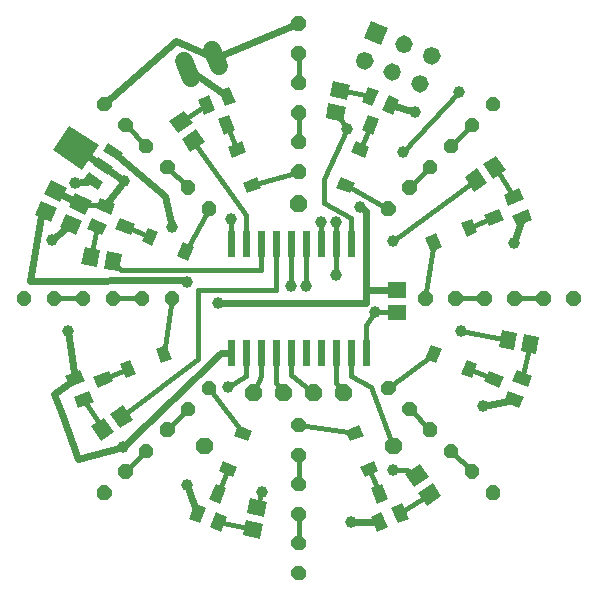
<source format=gbl>
G04 Layer: BottomLayer*
G04 EasyEDA v6.2.46, 2019-12-20T15:47:03+02:00*
G04 e460ad1c73c14af8b4042999b0e6f5d6,e8986612fe13436f8f5b72e5f572de6a,00*
G04 Gerber Generator version 0.2*
G04 Scale: 100 percent, Rotated: No, Reflected: No *
G04 Dimensions in inches *
G04 leading zeros omitted , absolute positions ,2 integer and 4 decimal *
%FSLAX24Y24*%
%MOIN*%
G90*
G70D02*

%ADD11C,0.024000*%
%ADD12C,0.016000*%
%ADD13C,0.039560*%
%ADD15C,0.060000*%

%LPD*%
G54D12*
G01X9842Y17035D02*
G01X9842Y18003D01*
G01X9842Y15066D02*
G01X9842Y16035D01*
G01X4756Y14928D02*
G01X4071Y15613D01*
G01X6148Y13536D02*
G01X5463Y14221D01*
G01X3649Y9842D02*
G01X4618Y9842D01*
G01X1681Y9842D02*
G01X2649Y9842D01*
G01X5463Y5463D02*
G01X6148Y6148D01*
G01X4071Y4071D02*
G01X4756Y4756D01*
G01X9842Y3649D02*
G01X9842Y4618D01*
G01X9842Y1681D02*
G01X9842Y2218D01*
G01X9842Y2649D01*
G01X14221Y5463D02*
G01X13536Y6148D01*
G01X15613Y4071D02*
G01X14928Y4756D01*
G01X17035Y9842D02*
G01X18003Y9842D01*
G01X14928Y14928D02*
G01X15613Y15613D01*
G01X13536Y13536D02*
G01X14221Y14221D01*
G01X15066Y9842D02*
G01X16035Y9842D01*
G01X8280Y13612D02*
G01X9842Y14066D01*
G01X7445Y15627D02*
G01X7788Y14802D01*
G01X6768Y16284D02*
G01X5916Y15718D01*
G01X4883Y11896D02*
G01X4059Y12238D01*
G01X2911Y11220D02*
G01X3115Y12223D01*
G01X6072Y11404D02*
G01X6855Y12829D01*
G01X4155Y7486D02*
G01X3331Y7145D01*
G01X5344Y7979D02*
G01X5618Y9842D01*
G01X11705Y5344D02*
G01X9842Y5618D01*
G01X12539Y3331D02*
G01X12198Y4155D01*
G01X7145Y3331D02*
G01X7486Y4155D01*
G01X16353Y7145D02*
G01X15529Y7486D01*
G01X14340Y7979D02*
G01X12829Y6855D01*
G01X15529Y12198D02*
G01X16353Y12539D01*
G01X11896Y14802D02*
G01X12238Y15625D01*
G01X14066Y9842D02*
G01X14340Y11705D01*
G01X12829Y12829D02*
G01X11404Y13612D01*
G01X2674Y6468D02*
G01X3311Y5478D01*
G01X8310Y2139D02*
G01X7159Y2388D01*
G01X14206Y3312D02*
G01X13216Y2674D01*
G01X17296Y7159D02*
G01X17546Y8310D01*
G01X16372Y14206D02*
G01X17010Y13216D01*
G01X12223Y16569D02*
G01X11220Y16773D01*
G01X1739Y13420D02*
G01X1786Y13372D01*
G54D11*
G01X17296Y12525D02*
G01X17020Y11700D01*
G01X16000Y6250D02*
G01X17010Y6468D01*
G01X11598Y2388D02*
G01X12525Y2388D01*
G54D12*
G01X11598Y2388D02*
G01X11593Y2375D01*
G54D11*
G01X7592Y8017D02*
G01X7250Y8017D01*
G01X4000Y4875D01*
G01X2500Y4500D01*
G01X1954Y5970D01*
G01X1700Y6638D01*
G01X2388Y7159D01*
G01X2152Y8750D01*
G01X6468Y2674D02*
G01X6125Y3625D01*
G01X7459Y16570D02*
G01X6141Y17471D01*
G01X12915Y16282D02*
G01X13714Y16054D01*
G01X1786Y13372D02*
G01X2562Y12989D01*
G54D12*
G01X3402Y12915D02*
G01X2562Y12989D01*
G54D11*
G01X2406Y14854D02*
G01X3323Y14242D01*
G01X4006Y13750D01*
G01X3402Y12915D01*
G54D12*
G01X8092Y11667D02*
G01X8092Y12625D01*
G01X6332Y15096D01*
G01X7979Y5344D02*
G01X6855Y6855D01*
G01X8592Y11667D02*
G01X8592Y10802D01*
G01X3922Y10802D01*
G01X3645Y11075D01*
G01X9092Y11667D02*
G01X9092Y10125D01*
G01X6500Y10125D01*
G01X6500Y7803D01*
G01X3933Y5894D01*
G01X8455Y2872D02*
G01X8625Y3375D01*
G01X9592Y11667D02*
G01X9592Y10250D01*
G01X13790Y3933D02*
G01X13448Y4125D01*
G01X13000Y4125D01*
G01X10092Y11667D02*
G01X10092Y10250D01*
G01X16812Y8455D02*
G01X15250Y8750D01*
G01X10592Y11667D02*
G01X10592Y12375D01*
G01X13000Y11750D02*
G01X15751Y13790D01*
G01X11092Y12375D02*
G01X11092Y11667D01*
G01X11087Y10635D01*
G01X11592Y11667D02*
G01X11599Y12534D01*
G01X10701Y13008D01*
G01X10694Y13809D01*
G01X11458Y15486D01*
G01X11075Y16039D01*
G01X13125Y9376D02*
G01X12375Y9375D01*
G01X12089Y8958D01*
G01X12092Y8017D01*
G01X13308Y14706D02*
G01X15169Y16732D01*
G54D11*
G01X9842Y19003D02*
G01X7065Y17854D01*
G01X5736Y18411D01*
G01X3364Y16320D01*
G01X1621Y11775D02*
G01X2245Y12312D01*
G01X2995Y13751D02*
G01X2370Y13701D01*
G01X7140Y9694D02*
G01X12092Y9694D01*
G01X12092Y10128D01*
G01X13125Y10124D01*
G01X12092Y10128D02*
G01X12092Y11667D01*
G01X12092Y12750D01*
G01X11875Y12875D01*
G01X1423Y12742D02*
G01X1257Y12576D01*
G01X874Y10423D01*
G01X6062Y10437D01*
G01X6125Y10375D01*
G01X3650Y14734D02*
G01X5375Y13250D01*
G01X5616Y12223D01*
G54D12*
G01X8092Y8017D02*
G01X8090Y7238D01*
G01X7500Y6875D01*
G01X8592Y8017D02*
G01X8592Y7250D01*
G01X8342Y6692D01*
G01X9092Y8017D02*
G01X9092Y7032D01*
G01X9342Y6692D01*
G01X9592Y8017D02*
G01X9592Y7282D01*
G01X10342Y6692D01*
G01X7592Y11657D02*
G01X7592Y12500D01*
G01X11092Y8017D02*
G01X11092Y7032D01*
G01X11342Y6692D01*
G01X11592Y8017D02*
G01X11592Y7250D01*
G01X12250Y6875D01*
G01X12992Y4921D01*
G36*
G01X7157Y15806D02*
G01X7521Y15957D01*
G01X7732Y15448D01*
G01X7368Y15297D01*
G01X7157Y15806D01*
G37*
G36*
G01X7172Y16750D02*
G01X7535Y16900D01*
G01X7746Y16391D01*
G01X7382Y16240D01*
G01X7172Y16750D01*
G37*
G36*
G01X6480Y16463D02*
G01X6844Y16614D01*
G01X7055Y16105D01*
G01X6691Y15954D01*
G01X6480Y16463D01*
G37*
G36*
G01X3729Y12161D02*
G01X3879Y12525D01*
G01X4389Y12314D01*
G01X4238Y11950D01*
G01X3729Y12161D01*
G37*
G36*
G01X3072Y12838D02*
G01X3222Y13202D01*
G01X3732Y12991D01*
G01X3581Y12627D01*
G01X3072Y12838D01*
G37*
G36*
G01X2785Y12147D02*
G01X2936Y12511D01*
G01X3445Y12300D01*
G01X3295Y11936D01*
G01X2785Y12147D01*
G37*
G36*
G01X3152Y6858D02*
G01X3001Y7222D01*
G01X3511Y7433D01*
G01X3661Y7069D01*
G01X3152Y6858D01*
G37*
G36*
G01X2209Y6872D02*
G01X2058Y7236D01*
G01X2567Y7447D01*
G01X2718Y7083D01*
G01X2209Y6872D01*
G37*
G36*
G01X2495Y6181D02*
G01X2344Y6545D01*
G01X2853Y6756D01*
G01X3004Y6392D01*
G01X2495Y6181D01*
G37*
G36*
G01X7222Y3001D02*
G01X6858Y3152D01*
G01X7069Y3661D01*
G01X7433Y3511D01*
G01X7222Y3001D01*
G37*
G36*
G01X6545Y2344D02*
G01X6181Y2495D01*
G01X6392Y3004D01*
G01X6756Y2853D01*
G01X6545Y2344D01*
G37*
G36*
G01X7236Y2058D02*
G01X6872Y2209D01*
G01X7083Y2718D01*
G01X7447Y2567D01*
G01X7236Y2058D01*
G37*
G36*
G01X12826Y3152D02*
G01X12462Y3001D01*
G01X12252Y3511D01*
G01X12615Y3661D01*
G01X12826Y3152D01*
G37*
G36*
G01X12812Y2209D02*
G01X12448Y2058D01*
G01X12237Y2567D01*
G01X12601Y2718D01*
G01X12812Y2209D01*
G37*
G36*
G01X13503Y2495D02*
G01X13139Y2344D01*
G01X12929Y2853D01*
G01X13292Y3004D01*
G01X13503Y2495D01*
G37*
G36*
G01X16683Y7222D02*
G01X16532Y6858D01*
G01X16023Y7069D01*
G01X16174Y7433D01*
G01X16683Y7222D01*
G37*
G36*
G01X17340Y6545D02*
G01X17189Y6181D01*
G01X16680Y6392D01*
G01X16831Y6756D01*
G01X17340Y6545D01*
G37*
G36*
G01X17626Y7236D02*
G01X17475Y6872D01*
G01X16966Y7083D01*
G01X17117Y7447D01*
G01X17626Y7236D01*
G37*
G36*
G01X16532Y12826D02*
G01X16683Y12462D01*
G01X16174Y12252D01*
G01X16023Y12615D01*
G01X16532Y12826D01*
G37*
G36*
G01X17475Y12812D02*
G01X17626Y12448D01*
G01X17117Y12237D01*
G01X16966Y12601D01*
G01X17475Y12812D01*
G37*
G36*
G01X17189Y13503D02*
G01X17340Y13139D01*
G01X16831Y12929D01*
G01X16680Y13292D01*
G01X17189Y13503D01*
G37*
G36*
G01X12161Y15955D02*
G01X12525Y15805D01*
G01X12314Y15295D01*
G01X11950Y15446D01*
G01X12161Y15955D01*
G37*
G36*
G01X12838Y16612D02*
G01X13202Y16462D01*
G01X12991Y15952D01*
G01X12627Y16103D01*
G01X12838Y16612D01*
G37*
G36*
G01X12147Y16899D02*
G01X12511Y16748D01*
G01X12300Y16239D01*
G01X11936Y16389D01*
G01X12147Y16899D01*
G37*
G36*
G01X6229Y14719D02*
G01X5944Y15144D01*
G01X6435Y15473D01*
G01X6719Y15048D01*
G01X6229Y14719D01*
G37*
G36*
G01X5813Y15341D02*
G01X5528Y15766D01*
G01X6019Y16095D01*
G01X6303Y15669D01*
G01X5813Y15341D01*
G37*
G36*
G01X3838Y10736D02*
G01X3336Y10835D01*
G01X3451Y11414D01*
G01X3953Y11315D01*
G01X3838Y10736D01*
G37*
G36*
G01X3105Y10881D02*
G01X2602Y10980D01*
G01X2717Y11560D01*
G01X3219Y11460D01*
G01X3105Y10881D01*
G37*
G36*
G01X4310Y5791D02*
G01X3885Y5507D01*
G01X3556Y5997D01*
G01X3982Y6282D01*
G01X4310Y5791D01*
G37*
G36*
G01X3688Y5375D02*
G01X3263Y5090D01*
G01X2935Y5581D01*
G01X3360Y5866D01*
G01X3688Y5375D01*
G37*
G36*
G01X8795Y3066D02*
G01X8695Y2564D01*
G01X8116Y2679D01*
G01X8215Y3181D01*
G01X8795Y3066D01*
G37*
G36*
G01X8649Y2332D02*
G01X8550Y1830D01*
G01X7971Y1945D01*
G01X8070Y2447D01*
G01X8649Y2332D01*
G37*
G36*
G01X13893Y4310D02*
G01X14178Y3885D01*
G01X13687Y3556D01*
G01X13402Y3982D01*
G01X13893Y4310D01*
G37*
G36*
G01X14309Y3689D02*
G01X14594Y3263D01*
G01X14103Y2935D01*
G01X13818Y3360D01*
G01X14309Y3689D01*
G37*
G36*
G01X16618Y8795D02*
G01X17120Y8695D01*
G01X17005Y8116D01*
G01X16503Y8215D01*
G01X16618Y8795D01*
G37*
G36*
G01X17352Y8649D02*
G01X17854Y8550D01*
G01X17739Y7971D01*
G01X17237Y8070D01*
G01X17352Y8649D01*
G37*
G36*
G01X15374Y13893D02*
G01X15799Y14178D01*
G01X16128Y13687D01*
G01X15702Y13402D01*
G01X15374Y13893D01*
G37*
G36*
G01X15996Y14309D02*
G01X16421Y14594D01*
G01X16749Y14103D01*
G01X16324Y13818D01*
G01X15996Y14309D01*
G37*
G36*
G01X10736Y15846D02*
G01X10835Y16348D01*
G01X11414Y16233D01*
G01X11315Y15731D01*
G01X10736Y15846D01*
G37*
G36*
G01X10881Y16580D02*
G01X10980Y17082D01*
G01X11560Y16967D01*
G01X11460Y16465D01*
G01X10881Y16580D01*
G37*
G36*
G01X12829Y9120D02*
G01X12829Y9631D01*
G01X13420Y9631D01*
G01X13420Y9120D01*
G01X12829Y9120D01*
G37*
G36*
G01X12829Y9868D02*
G01X12829Y10379D01*
G01X13420Y10379D01*
G01X13420Y9868D01*
G01X12829Y9868D01*
G37*
G36*
G01X1870Y12204D02*
G01X2086Y12668D01*
G01X2621Y12419D01*
G01X2405Y11955D01*
G01X1870Y12204D01*
G37*
G36*
G01X2186Y12882D02*
G01X2402Y13346D01*
G01X2937Y13097D01*
G01X2721Y12633D01*
G01X2186Y12882D01*
G37*
G36*
G01X1047Y12635D02*
G01X1263Y13099D01*
G01X1799Y12849D01*
G01X1582Y12385D01*
G01X1047Y12635D01*
G37*
G36*
G01X1363Y13313D02*
G01X1580Y13777D01*
G01X2115Y13527D01*
G01X1898Y13063D01*
G01X1363Y13313D01*
G37*
G36*
G01X8439Y13883D02*
G01X8584Y13532D01*
G01X8122Y13341D01*
G01X7977Y13692D01*
G01X8439Y13883D01*
G37*
G36*
G01X7630Y14530D02*
G01X7484Y14881D01*
G01X7946Y15073D01*
G01X8091Y14722D01*
G01X7630Y14530D01*
G37*
G36*
G01X5992Y11707D02*
G01X6343Y11562D01*
G01X6152Y11100D01*
G01X5801Y11245D01*
G01X5992Y11707D01*
G37*
G36*
G01X4962Y11593D02*
G01X4611Y11738D01*
G01X4803Y12200D01*
G01X5154Y12055D01*
G01X4962Y11593D01*
G37*
G36*
G01X5073Y8137D02*
G01X5424Y8283D01*
G01X5616Y7821D01*
G01X5265Y7675D01*
G01X5073Y8137D01*
G37*
G36*
G01X4426Y7328D02*
G01X4075Y7183D01*
G01X3884Y7645D01*
G01X4235Y7790D01*
G01X4426Y7328D01*
G37*
G36*
G01X7675Y5265D02*
G01X7821Y5616D01*
G01X8283Y5424D01*
G01X8137Y5073D01*
G01X7675Y5265D01*
G37*
G36*
G01X7790Y4235D02*
G01X7645Y3884D01*
G01X7183Y4075D01*
G01X7328Y4426D01*
G01X7790Y4235D01*
G37*
G36*
G01X11547Y5073D02*
G01X11401Y5424D01*
G01X11863Y5616D01*
G01X12009Y5265D01*
G01X11547Y5073D01*
G37*
G36*
G01X12356Y4426D02*
G01X12501Y4075D01*
G01X12039Y3884D01*
G01X11894Y4235D01*
G01X12356Y4426D01*
G37*
G36*
G01X14419Y7675D02*
G01X14068Y7821D01*
G01X14260Y8283D01*
G01X14611Y8137D01*
G01X14419Y7675D01*
G37*
G36*
G01X15449Y7790D02*
G01X15800Y7645D01*
G01X15609Y7183D01*
G01X15258Y7328D01*
G01X15449Y7790D01*
G37*
G36*
G01X14611Y11547D02*
G01X14260Y11401D01*
G01X14068Y11863D01*
G01X14419Y12009D01*
G01X14611Y11547D01*
G37*
G36*
G01X15258Y12356D02*
G01X15609Y12501D01*
G01X15800Y12039D01*
G01X15449Y11894D01*
G01X15258Y12356D01*
G37*
G36*
G01X11707Y13692D02*
G01X11562Y13341D01*
G01X11100Y13532D01*
G01X11245Y13883D01*
G01X11707Y13692D01*
G37*
G36*
G01X11593Y14722D02*
G01X11738Y15073D01*
G01X12200Y14881D01*
G01X12055Y14530D01*
G01X11593Y14722D01*
G37*
G36*
G01X12212Y7582D02*
G01X11972Y7582D01*
G01X11972Y8452D01*
G01X12212Y8452D01*
G01X12212Y7582D01*
G37*
G36*
G01X11712Y7582D02*
G01X11472Y7582D01*
G01X11472Y8452D01*
G01X11712Y8452D01*
G01X11712Y7582D01*
G37*
G36*
G01X11212Y7582D02*
G01X10972Y7582D01*
G01X10972Y8452D01*
G01X11212Y8452D01*
G01X11212Y7582D01*
G37*
G36*
G01X10712Y7582D02*
G01X10472Y7582D01*
G01X10472Y8452D01*
G01X10712Y8452D01*
G01X10712Y7582D01*
G37*
G36*
G01X10212Y7582D02*
G01X9972Y7582D01*
G01X9972Y8452D01*
G01X10212Y8452D01*
G01X10212Y7582D01*
G37*
G36*
G01X9712Y7582D02*
G01X9472Y7582D01*
G01X9472Y8452D01*
G01X9712Y8452D01*
G01X9712Y7582D01*
G37*
G36*
G01X9212Y7582D02*
G01X8972Y7582D01*
G01X8972Y8452D01*
G01X9212Y8452D01*
G01X9212Y7582D01*
G37*
G36*
G01X8712Y7582D02*
G01X8472Y7582D01*
G01X8472Y8452D01*
G01X8712Y8452D01*
G01X8712Y7582D01*
G37*
G36*
G01X8212Y7582D02*
G01X7972Y7582D01*
G01X7972Y8452D01*
G01X8212Y8452D01*
G01X8212Y7582D01*
G37*
G36*
G01X7712Y7582D02*
G01X7472Y7582D01*
G01X7472Y8452D01*
G01X7712Y8452D01*
G01X7712Y7582D01*
G37*
G36*
G01X8212Y11232D02*
G01X7972Y11232D01*
G01X7972Y12102D01*
G01X8212Y12102D01*
G01X8212Y11232D01*
G37*
G36*
G01X7712Y11222D02*
G01X7472Y11222D01*
G01X7472Y12092D01*
G01X7712Y12092D01*
G01X7712Y11222D01*
G37*
G36*
G01X8712Y11232D02*
G01X8472Y11232D01*
G01X8472Y12102D01*
G01X8712Y12102D01*
G01X8712Y11232D01*
G37*
G36*
G01X9212Y11232D02*
G01X8972Y11232D01*
G01X8972Y12102D01*
G01X9212Y12102D01*
G01X9212Y11232D01*
G37*
G36*
G01X9712Y11232D02*
G01X9472Y11232D01*
G01X9472Y12102D01*
G01X9712Y12102D01*
G01X9712Y11232D01*
G37*
G36*
G01X10212Y11232D02*
G01X9972Y11232D01*
G01X9972Y12102D01*
G01X10212Y12102D01*
G01X10212Y11232D01*
G37*
G36*
G01X10712Y11232D02*
G01X10472Y11232D01*
G01X10472Y12102D01*
G01X10712Y12102D01*
G01X10712Y11232D01*
G37*
G36*
G01X11212Y11232D02*
G01X10972Y11232D01*
G01X10972Y12102D01*
G01X11212Y12102D01*
G01X11212Y11232D01*
G37*
G36*
G01X11712Y11232D02*
G01X11472Y11232D01*
G01X11472Y12102D01*
G01X11712Y12102D01*
G01X11712Y11232D01*
G37*
G36*
G01X12212Y11232D02*
G01X11972Y11232D01*
G01X11972Y12102D01*
G01X12212Y12102D01*
G01X12212Y11232D01*
G37*
G36*
G01X3328Y13718D02*
G01X3153Y13456D01*
G01X2662Y13784D01*
G01X2837Y14046D01*
G01X3328Y13718D01*
G37*
G36*
G01X3983Y14701D02*
G01X3809Y14439D01*
G01X3317Y14766D01*
G01X3492Y15028D01*
G01X3983Y14701D01*
G37*
G36*
G01X3656Y14209D02*
G01X3481Y13947D01*
G01X2990Y14275D01*
G01X3164Y14537D01*
G01X3656Y14209D01*
G37*
G36*
G01X3170Y14936D02*
G01X2624Y14117D01*
G01X1641Y14772D01*
G01X2187Y15591D01*
G01X3170Y14936D01*
G37*
G36*
G01X12262Y19081D02*
G01X12816Y18851D01*
G01X12586Y18297D01*
G01X12032Y18526D01*
G01X12262Y19081D01*
G37*
G36*
G01X12341Y17765D02*
G01X12254Y17977D01*
G01X12041Y18065D01*
G01X11829Y17977D01*
G01X11741Y17765D01*
G01X11829Y17553D01*
G01X12041Y17465D01*
G01X12254Y17553D01*
G01X12341Y17765D01*
G37*
G36*
G01X13648Y18306D02*
G01X13560Y18518D01*
G01X13348Y18606D01*
G01X13136Y18518D01*
G01X13048Y18306D01*
G01X13136Y18094D01*
G01X13348Y18006D01*
G01X13560Y18094D01*
G01X13648Y18306D01*
G37*
G36*
G01X13265Y17382D02*
G01X13177Y17594D01*
G01X12965Y17682D01*
G01X12753Y17594D01*
G01X12665Y17382D01*
G01X12753Y17170D01*
G01X12965Y17082D01*
G01X13177Y17170D01*
G01X13265Y17382D01*
G37*
G36*
G01X14572Y17923D02*
G01X14484Y18136D01*
G01X14272Y18223D01*
G01X14060Y18136D01*
G01X13972Y17923D01*
G01X14060Y17711D01*
G01X14272Y17623D01*
G01X14484Y17711D01*
G01X14572Y17923D01*
G37*
G36*
G01X14189Y16999D02*
G01X14101Y17212D01*
G01X13889Y17299D01*
G01X13677Y17212D01*
G01X13589Y16999D01*
G01X13677Y16787D01*
G01X13889Y16699D01*
G01X14101Y16787D01*
G01X14189Y16999D01*
G37*
G36*
G01X6807Y4644D02*
G01X6970Y4806D01*
G01X6970Y5036D01*
G01X6807Y5198D01*
G01X6578Y5198D01*
G01X6415Y5036D01*
G01X6415Y4806D01*
G01X6578Y4644D01*
G01X6807Y4644D01*
G37*
G36*
G01X9565Y12877D02*
G01X9727Y12714D01*
G01X9957Y12714D01*
G01X10119Y12877D01*
G01X10119Y13106D01*
G01X9957Y13269D01*
G01X9727Y13269D01*
G01X9565Y13106D01*
G01X9565Y12877D01*
G37*
G36*
G01X8065Y6578D02*
G01X8227Y6415D01*
G01X8457Y6415D01*
G01X8619Y6578D01*
G01X8619Y6807D01*
G01X8457Y6970D01*
G01X8227Y6970D01*
G01X8065Y6807D01*
G01X8065Y6578D01*
G37*
G36*
G01X9065Y6578D02*
G01X9227Y6415D01*
G01X9457Y6415D01*
G01X9619Y6578D01*
G01X9619Y6807D01*
G01X9457Y6970D01*
G01X9227Y6970D01*
G01X9065Y6807D01*
G01X9065Y6578D01*
G37*
G36*
G01X10065Y6578D02*
G01X10227Y6415D01*
G01X10457Y6415D01*
G01X10619Y6578D01*
G01X10619Y6807D01*
G01X10457Y6970D01*
G01X10227Y6970D01*
G01X10065Y6807D01*
G01X10065Y6578D01*
G37*
G36*
G01X11065Y6578D02*
G01X11227Y6415D01*
G01X11457Y6415D01*
G01X11619Y6578D01*
G01X11619Y6807D01*
G01X11457Y6970D01*
G01X11227Y6970D01*
G01X11065Y6807D01*
G01X11065Y6578D01*
G37*
G36*
G01X12714Y4806D02*
G01X12877Y4644D01*
G01X13106Y4644D01*
G01X13269Y4806D01*
G01X13269Y5036D01*
G01X13106Y5198D01*
G01X12877Y5198D01*
G01X12714Y5036D01*
G01X12714Y4806D01*
G37*
G36*
G01X9942Y14826D02*
G01X10082Y14967D01*
G01X10082Y15166D01*
G01X9942Y15307D01*
G01X9743Y15307D01*
G01X9602Y15166D01*
G01X9602Y14967D01*
G01X9743Y14826D01*
G01X9942Y14826D01*
G37*
G36*
G01X9942Y13826D02*
G01X10082Y13967D01*
G01X10082Y14166D01*
G01X9942Y14307D01*
G01X9743Y14307D01*
G01X9602Y14166D01*
G01X9602Y13967D01*
G01X9743Y13826D01*
G01X9942Y13826D01*
G37*
G36*
G01X9942Y16795D02*
G01X10082Y16935D01*
G01X10082Y17134D01*
G01X9942Y17275D01*
G01X9743Y17275D01*
G01X9602Y17134D01*
G01X9602Y16935D01*
G01X9743Y16795D01*
G01X9942Y16795D01*
G37*
G36*
G01X9942Y15795D02*
G01X10082Y15935D01*
G01X10082Y16134D01*
G01X9942Y16275D01*
G01X9743Y16275D01*
G01X9602Y16134D01*
G01X9602Y15935D01*
G01X9743Y15795D01*
G01X9942Y15795D01*
G37*
G36*
G01X9942Y18763D02*
G01X10082Y18904D01*
G01X10082Y19103D01*
G01X9942Y19244D01*
G01X9743Y19244D01*
G01X9602Y19103D01*
G01X9602Y18904D01*
G01X9743Y18763D01*
G01X9942Y18763D01*
G37*
G36*
G01X9942Y17763D02*
G01X10082Y17904D01*
G01X10082Y18103D01*
G01X9942Y18244D01*
G01X9743Y18244D01*
G01X9602Y18103D01*
G01X9602Y17904D01*
G01X9743Y17763D01*
G01X9942Y17763D01*
G37*
G36*
G01X6388Y13437D02*
G01X6388Y13636D01*
G01X6247Y13776D01*
G01X6048Y13776D01*
G01X5908Y13636D01*
G01X5908Y13437D01*
G01X6048Y13296D01*
G01X6247Y13296D01*
G01X6388Y13437D01*
G37*
G36*
G01X7095Y12730D02*
G01X7095Y12929D01*
G01X6954Y13069D01*
G01X6755Y13069D01*
G01X6615Y12929D01*
G01X6615Y12730D01*
G01X6755Y12589D01*
G01X6954Y12589D01*
G01X7095Y12730D01*
G37*
G36*
G01X4996Y14829D02*
G01X4996Y15028D01*
G01X4855Y15168D01*
G01X4656Y15168D01*
G01X4516Y15028D01*
G01X4516Y14829D01*
G01X4656Y14688D01*
G01X4855Y14688D01*
G01X4996Y14829D01*
G37*
G36*
G01X5703Y14122D02*
G01X5703Y14321D01*
G01X5562Y14461D01*
G01X5363Y14461D01*
G01X5223Y14321D01*
G01X5223Y14122D01*
G01X5363Y13981D01*
G01X5562Y13981D01*
G01X5703Y14122D01*
G37*
G36*
G01X3604Y16221D02*
G01X3604Y16420D01*
G01X3463Y16560D01*
G01X3264Y16560D01*
G01X3124Y16420D01*
G01X3124Y16221D01*
G01X3264Y16080D01*
G01X3463Y16080D01*
G01X3604Y16221D01*
G37*
G36*
G01X4311Y15513D02*
G01X4311Y15713D01*
G01X4171Y15853D01*
G01X3972Y15853D01*
G01X3831Y15713D01*
G01X3831Y15513D01*
G01X3972Y15373D01*
G01X4171Y15373D01*
G01X4311Y15513D01*
G37*
G36*
G01X4858Y9942D02*
G01X4717Y10082D01*
G01X4518Y10082D01*
G01X4377Y9942D01*
G01X4377Y9743D01*
G01X4518Y9602D01*
G01X4717Y9602D01*
G01X4858Y9743D01*
G01X4858Y9942D01*
G37*
G36*
G01X5858Y9942D02*
G01X5717Y10082D01*
G01X5518Y10082D01*
G01X5377Y9942D01*
G01X5377Y9743D01*
G01X5518Y9602D01*
G01X5717Y9602D01*
G01X5858Y9743D01*
G01X5858Y9942D01*
G37*
G36*
G01X2889Y9942D02*
G01X2749Y10082D01*
G01X2550Y10082D01*
G01X2409Y9942D01*
G01X2409Y9743D01*
G01X2550Y9602D01*
G01X2749Y9602D01*
G01X2889Y9743D01*
G01X2889Y9942D01*
G37*
G36*
G01X3889Y9942D02*
G01X3749Y10082D01*
G01X3550Y10082D01*
G01X3409Y9942D01*
G01X3409Y9743D01*
G01X3550Y9602D01*
G01X3749Y9602D01*
G01X3889Y9743D01*
G01X3889Y9942D01*
G37*
G36*
G01X921Y9942D02*
G01X780Y10082D01*
G01X581Y10082D01*
G01X440Y9942D01*
G01X440Y9743D01*
G01X581Y9602D01*
G01X780Y9602D01*
G01X921Y9743D01*
G01X921Y9942D01*
G37*
G36*
G01X1921Y9942D02*
G01X1780Y10082D01*
G01X1581Y10082D01*
G01X1440Y9942D01*
G01X1440Y9743D01*
G01X1581Y9602D01*
G01X1780Y9602D01*
G01X1921Y9743D01*
G01X1921Y9942D01*
G37*
G36*
G01X6247Y6388D02*
G01X6048Y6388D01*
G01X5908Y6247D01*
G01X5908Y6048D01*
G01X6048Y5908D01*
G01X6247Y5908D01*
G01X6388Y6048D01*
G01X6388Y6247D01*
G01X6247Y6388D01*
G37*
G36*
G01X6954Y7095D02*
G01X6755Y7095D01*
G01X6615Y6954D01*
G01X6615Y6755D01*
G01X6755Y6615D01*
G01X6954Y6615D01*
G01X7095Y6755D01*
G01X7095Y6954D01*
G01X6954Y7095D01*
G37*
G36*
G01X4855Y4996D02*
G01X4656Y4996D01*
G01X4516Y4855D01*
G01X4516Y4656D01*
G01X4656Y4516D01*
G01X4855Y4516D01*
G01X4996Y4656D01*
G01X4996Y4855D01*
G01X4855Y4996D01*
G37*
G36*
G01X5562Y5703D02*
G01X5363Y5703D01*
G01X5223Y5562D01*
G01X5223Y5363D01*
G01X5363Y5223D01*
G01X5562Y5223D01*
G01X5703Y5363D01*
G01X5703Y5562D01*
G01X5562Y5703D01*
G37*
G36*
G01X3463Y3604D02*
G01X3264Y3604D01*
G01X3124Y3463D01*
G01X3124Y3264D01*
G01X3264Y3124D01*
G01X3463Y3124D01*
G01X3604Y3264D01*
G01X3604Y3463D01*
G01X3463Y3604D01*
G37*
G36*
G01X4171Y4311D02*
G01X3972Y4311D01*
G01X3831Y4171D01*
G01X3831Y3972D01*
G01X3972Y3831D01*
G01X4171Y3831D01*
G01X4311Y3972D01*
G01X4311Y4171D01*
G01X4171Y4311D01*
G37*
G36*
G01X9743Y4858D02*
G01X9602Y4717D01*
G01X9602Y4518D01*
G01X9743Y4377D01*
G01X9942Y4377D01*
G01X10082Y4518D01*
G01X10082Y4717D01*
G01X9942Y4858D01*
G01X9743Y4858D01*
G37*
G36*
G01X9743Y5858D02*
G01X9602Y5717D01*
G01X9602Y5518D01*
G01X9743Y5377D01*
G01X9942Y5377D01*
G01X10082Y5518D01*
G01X10082Y5717D01*
G01X9942Y5858D01*
G01X9743Y5858D01*
G37*
G36*
G01X9743Y2889D02*
G01X9602Y2749D01*
G01X9602Y2550D01*
G01X9743Y2409D01*
G01X9942Y2409D01*
G01X10082Y2550D01*
G01X10082Y2749D01*
G01X9942Y2889D01*
G01X9743Y2889D01*
G37*
G36*
G01X9743Y3889D02*
G01X9602Y3749D01*
G01X9602Y3550D01*
G01X9743Y3409D01*
G01X9942Y3409D01*
G01X10082Y3550D01*
G01X10082Y3749D01*
G01X9942Y3889D01*
G01X9743Y3889D01*
G37*
G36*
G01X9743Y921D02*
G01X9602Y780D01*
G01X9602Y581D01*
G01X9743Y440D01*
G01X9942Y440D01*
G01X10082Y581D01*
G01X10082Y780D01*
G01X9942Y921D01*
G01X9743Y921D01*
G37*
G36*
G01X9743Y1921D02*
G01X9602Y1780D01*
G01X9602Y1581D01*
G01X9743Y1440D01*
G01X9942Y1440D01*
G01X10082Y1581D01*
G01X10082Y1780D01*
G01X9942Y1921D01*
G01X9743Y1921D01*
G37*
G36*
G01X13296Y6247D02*
G01X13296Y6048D01*
G01X13437Y5908D01*
G01X13636Y5908D01*
G01X13776Y6048D01*
G01X13776Y6247D01*
G01X13636Y6388D01*
G01X13437Y6388D01*
G01X13296Y6247D01*
G37*
G36*
G01X12589Y6954D02*
G01X12589Y6755D01*
G01X12730Y6615D01*
G01X12929Y6615D01*
G01X13069Y6755D01*
G01X13069Y6954D01*
G01X12929Y7095D01*
G01X12730Y7095D01*
G01X12589Y6954D01*
G37*
G36*
G01X14688Y4855D02*
G01X14688Y4656D01*
G01X14829Y4516D01*
G01X15028Y4516D01*
G01X15168Y4656D01*
G01X15168Y4855D01*
G01X15028Y4996D01*
G01X14829Y4996D01*
G01X14688Y4855D01*
G37*
G36*
G01X13981Y5562D02*
G01X13981Y5363D01*
G01X14122Y5223D01*
G01X14321Y5223D01*
G01X14461Y5363D01*
G01X14461Y5562D01*
G01X14321Y5703D01*
G01X14122Y5703D01*
G01X13981Y5562D01*
G37*
G36*
G01X16080Y3463D02*
G01X16080Y3264D01*
G01X16221Y3124D01*
G01X16420Y3124D01*
G01X16560Y3264D01*
G01X16560Y3463D01*
G01X16420Y3604D01*
G01X16221Y3604D01*
G01X16080Y3463D01*
G37*
G36*
G01X15373Y4171D02*
G01X15373Y3972D01*
G01X15513Y3831D01*
G01X15713Y3831D01*
G01X15853Y3972D01*
G01X15853Y4171D01*
G01X15713Y4311D01*
G01X15513Y4311D01*
G01X15373Y4171D01*
G37*
G36*
G01X14826Y9743D02*
G01X14967Y9602D01*
G01X15166Y9602D01*
G01X15307Y9743D01*
G01X15307Y9942D01*
G01X15166Y10082D01*
G01X14967Y10082D01*
G01X14826Y9942D01*
G01X14826Y9743D01*
G37*
G36*
G01X13826Y9743D02*
G01X13967Y9602D01*
G01X14166Y9602D01*
G01X14307Y9743D01*
G01X14307Y9942D01*
G01X14166Y10082D01*
G01X13967Y10082D01*
G01X13826Y9942D01*
G01X13826Y9743D01*
G37*
G36*
G01X16795Y9743D02*
G01X16935Y9602D01*
G01X17134Y9602D01*
G01X17275Y9743D01*
G01X17275Y9942D01*
G01X17134Y10082D01*
G01X16935Y10082D01*
G01X16795Y9942D01*
G01X16795Y9743D01*
G37*
G36*
G01X15795Y9743D02*
G01X15935Y9602D01*
G01X16134Y9602D01*
G01X16275Y9743D01*
G01X16275Y9942D01*
G01X16134Y10082D01*
G01X15935Y10082D01*
G01X15795Y9942D01*
G01X15795Y9743D01*
G37*
G36*
G01X18763Y9743D02*
G01X18904Y9602D01*
G01X19103Y9602D01*
G01X19244Y9743D01*
G01X19244Y9942D01*
G01X19103Y10082D01*
G01X18904Y10082D01*
G01X18763Y9942D01*
G01X18763Y9743D01*
G37*
G36*
G01X17763Y9743D02*
G01X17904Y9602D01*
G01X18103Y9602D01*
G01X18244Y9743D01*
G01X18244Y9942D01*
G01X18103Y10082D01*
G01X17904Y10082D01*
G01X17763Y9942D01*
G01X17763Y9743D01*
G37*
G36*
G01X13437Y13296D02*
G01X13636Y13296D01*
G01X13776Y13437D01*
G01X13776Y13636D01*
G01X13636Y13776D01*
G01X13437Y13776D01*
G01X13296Y13636D01*
G01X13296Y13437D01*
G01X13437Y13296D01*
G37*
G36*
G01X12730Y12589D02*
G01X12929Y12589D01*
G01X13069Y12730D01*
G01X13069Y12929D01*
G01X12929Y13069D01*
G01X12730Y13069D01*
G01X12589Y12929D01*
G01X12589Y12730D01*
G01X12730Y12589D01*
G37*
G36*
G01X14829Y14688D02*
G01X15028Y14688D01*
G01X15168Y14829D01*
G01X15168Y15028D01*
G01X15028Y15168D01*
G01X14829Y15168D01*
G01X14688Y15028D01*
G01X14688Y14829D01*
G01X14829Y14688D01*
G37*
G36*
G01X14122Y13981D02*
G01X14321Y13981D01*
G01X14461Y14122D01*
G01X14461Y14321D01*
G01X14321Y14461D01*
G01X14122Y14461D01*
G01X13981Y14321D01*
G01X13981Y14122D01*
G01X14122Y13981D01*
G37*
G36*
G01X16221Y16080D02*
G01X16420Y16080D01*
G01X16560Y16221D01*
G01X16560Y16420D01*
G01X16420Y16560D01*
G01X16221Y16560D01*
G01X16080Y16420D01*
G01X16080Y16221D01*
G01X16221Y16080D01*
G37*
G36*
G01X15513Y15373D02*
G01X15713Y15373D01*
G01X15853Y15513D01*
G01X15853Y15713D01*
G01X15713Y15853D01*
G01X15513Y15853D01*
G01X15373Y15713D01*
G01X15373Y15513D01*
G01X15513Y15373D01*
G37*
G54D13*
G01X17020Y11700D03*
G01X16000Y6250D03*
G01X11593Y2375D03*
G01X6125Y3625D03*
G01X4006Y13750D03*
G01X2152Y8750D03*
G01X13714Y16054D03*
G01X4000Y4875D03*
G01X9592Y10250D03*
G01X8625Y3375D03*
G01X10092Y10250D03*
G01X13000Y4125D03*
G01X10592Y12375D03*
G01X15250Y8750D03*
G01X11087Y10635D03*
G01X13000Y11750D03*
G01X11092Y12375D03*
G01X11458Y15486D03*
G01X12375Y9375D03*
G01X13308Y14706D03*
G01X15169Y16732D03*
G01X2370Y13701D03*
G01X1621Y11775D03*
G01X7140Y9694D03*
G01X11875Y12875D03*
G01X5616Y12223D03*
G01X6125Y10375D03*
G01X7500Y6875D03*
G01X7592Y12500D03*
G54D15*
G01X6026Y17748D02*
G01X6256Y17194D01*
G01X6950Y18131D02*
G01X7180Y17576D01*
M00*
M02*

</source>
